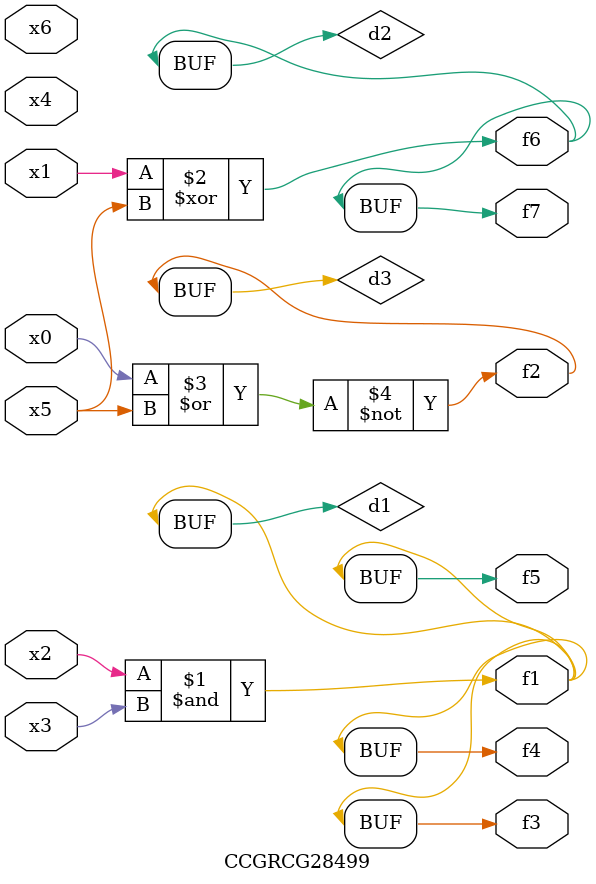
<source format=v>
module CCGRCG28499(
	input x0, x1, x2, x3, x4, x5, x6,
	output f1, f2, f3, f4, f5, f6, f7
);

	wire d1, d2, d3;

	and (d1, x2, x3);
	xor (d2, x1, x5);
	nor (d3, x0, x5);
	assign f1 = d1;
	assign f2 = d3;
	assign f3 = d1;
	assign f4 = d1;
	assign f5 = d1;
	assign f6 = d2;
	assign f7 = d2;
endmodule

</source>
